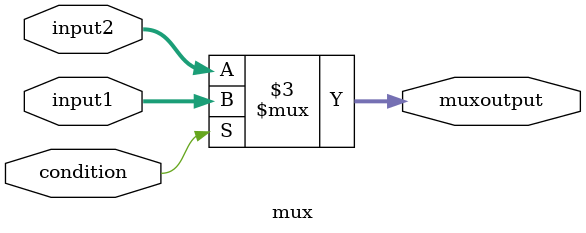
<source format=v>
module   mux (input [31:0] input1,  // input
              input [31:0] input2,  //
              input condition,
              output reg [31:0] muxoutput);

    always @(*) begin
        if(condition) 
            muxoutput = input1;
        else
            muxoutput = input2; 
    end

endmodule

</source>
